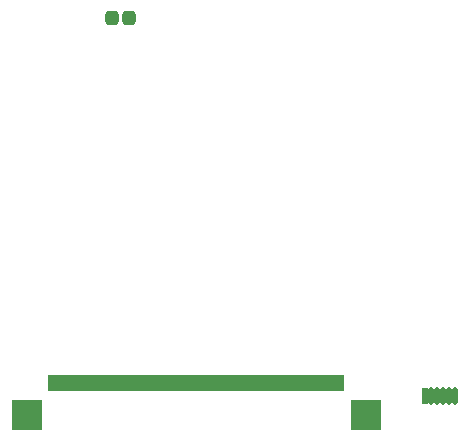
<source format=gbs>
G04*
G04 #@! TF.GenerationSoftware,Altium Limited,Altium Designer,19.0.11 (319)*
G04*
G04 Layer_Color=16711935*
%FSLAX44Y44*%
%MOMM*%
G71*
G01*
G75*
%ADD50R,0.5032X1.4032*%
G04:AMPARAMS|DCode=51|XSize=1.2032mm|YSize=1.2032mm|CornerRadius=0.3516mm|HoleSize=0mm|Usage=FLASHONLY|Rotation=0.000|XOffset=0mm|YOffset=0mm|HoleType=Round|Shape=RoundedRectangle|*
%AMROUNDEDRECTD51*
21,1,1.2032,0.5000,0,0,0.0*
21,1,0.5000,1.2032,0,0,0.0*
1,1,0.7032,0.2500,-0.2500*
1,1,0.7032,-0.2500,-0.2500*
1,1,0.7032,-0.2500,0.2500*
1,1,0.7032,0.2500,0.2500*
%
%ADD51ROUNDEDRECTD51*%
%ADD59R,0.5032X1.4532*%
G04:AMPARAMS|DCode=60|XSize=0.5032mm|YSize=1.4532mm|CornerRadius=0.1766mm|HoleSize=0mm|Usage=FLASHONLY|Rotation=0.000|XOffset=0mm|YOffset=0mm|HoleType=Round|Shape=RoundedRectangle|*
%AMROUNDEDRECTD60*
21,1,0.5032,1.1000,0,0,0.0*
21,1,0.1500,1.4532,0,0,0.0*
1,1,0.3532,0.0750,-0.5500*
1,1,0.3532,-0.0750,-0.5500*
1,1,0.3532,-0.0750,0.5500*
1,1,0.3532,0.0750,0.5500*
%
%ADD60ROUNDEDRECTD60*%
%ADD61R,2.6032X2.6032*%
D50*
X307500Y54000D02*
D03*
X302500D02*
D03*
X297500D02*
D03*
X292500D02*
D03*
X287500D02*
D03*
X282500D02*
D03*
X277500D02*
D03*
X272500D02*
D03*
X267500D02*
D03*
X262500D02*
D03*
X257500D02*
D03*
X252500D02*
D03*
X247500D02*
D03*
X242500D02*
D03*
X237500D02*
D03*
X232500D02*
D03*
X227500D02*
D03*
X222500D02*
D03*
X217500D02*
D03*
X212500D02*
D03*
X207500D02*
D03*
X202500D02*
D03*
X197500D02*
D03*
X192500D02*
D03*
X187500D02*
D03*
X182500D02*
D03*
X177500D02*
D03*
X172500D02*
D03*
X167500D02*
D03*
X162500D02*
D03*
X157500D02*
D03*
X152500D02*
D03*
X147500D02*
D03*
X142500D02*
D03*
X137500D02*
D03*
X132500D02*
D03*
X127500D02*
D03*
X122500D02*
D03*
X117500D02*
D03*
X112500D02*
D03*
X107500D02*
D03*
X102500D02*
D03*
X97500D02*
D03*
X92500D02*
D03*
X87500D02*
D03*
X82500D02*
D03*
X77500D02*
D03*
X72500D02*
D03*
X67500D02*
D03*
X62500D02*
D03*
D51*
X114000Y363000D02*
D03*
X128500D02*
D03*
D59*
X378750Y43500D02*
D03*
D60*
X383750D02*
D03*
X388750D02*
D03*
X393750D02*
D03*
X398750D02*
D03*
X403750D02*
D03*
D61*
X328500Y27000D02*
D03*
X41500D02*
D03*
M02*

</source>
